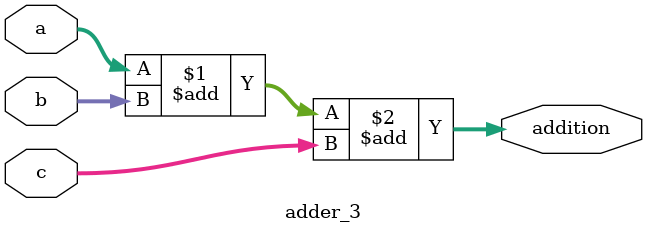
<source format=v>
`timescale 1ns / 1ps

module adder_3 #(parameter WIDTH=32)(
input signed [WIDTH-1:0] a,
input signed [WIDTH-1:0] b,
input signed [WIDTH-1:0] c,
output signed [WIDTH:0] addition
);
assign addition=a+b+c;

endmodule
</source>
